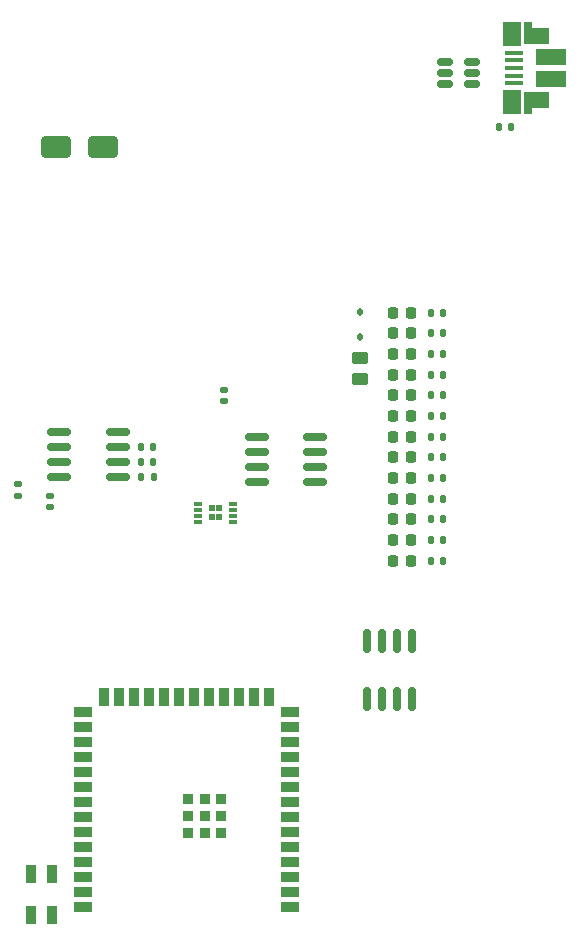
<source format=gbr>
%TF.GenerationSoftware,KiCad,Pcbnew,9.0.6+1*%
%TF.CreationDate,2025-11-29T18:55:36+00:00*%
%TF.ProjectId,com4bbb,636f6d34-6262-4622-9e6b-696361645f70,0.2*%
%TF.SameCoordinates,Original*%
%TF.FileFunction,Paste,Top*%
%TF.FilePolarity,Positive*%
%FSLAX46Y46*%
G04 Gerber Fmt 4.6, Leading zero omitted, Abs format (unit mm)*
G04 Created by KiCad (PCBNEW 9.0.6+1) date 2025-11-29 18:55:36*
%MOMM*%
%LPD*%
G01*
G04 APERTURE LIST*
G04 Aperture macros list*
%AMRoundRect*
0 Rectangle with rounded corners*
0 $1 Rounding radius*
0 $2 $3 $4 $5 $6 $7 $8 $9 X,Y pos of 4 corners*
0 Add a 4 corners polygon primitive as box body*
4,1,4,$2,$3,$4,$5,$6,$7,$8,$9,$2,$3,0*
0 Add four circle primitives for the rounded corners*
1,1,$1+$1,$2,$3*
1,1,$1+$1,$4,$5*
1,1,$1+$1,$6,$7*
1,1,$1+$1,$8,$9*
0 Add four rect primitives between the rounded corners*
20,1,$1+$1,$2,$3,$4,$5,0*
20,1,$1+$1,$4,$5,$6,$7,0*
20,1,$1+$1,$6,$7,$8,$9,0*
20,1,$1+$1,$8,$9,$2,$3,0*%
G04 Aperture macros list end*
%ADD10RoundRect,0.140000X-0.170000X0.140000X-0.170000X-0.140000X0.170000X-0.140000X0.170000X0.140000X0*%
%ADD11RoundRect,0.135000X-0.135000X-0.185000X0.135000X-0.185000X0.135000X0.185000X-0.135000X0.185000X0*%
%ADD12RoundRect,0.150000X0.825000X0.150000X-0.825000X0.150000X-0.825000X-0.150000X0.825000X-0.150000X0*%
%ADD13RoundRect,0.218750X0.218750X0.256250X-0.218750X0.256250X-0.218750X-0.256250X0.218750X-0.256250X0*%
%ADD14RoundRect,0.135000X0.135000X0.185000X-0.135000X0.185000X-0.135000X-0.185000X0.135000X-0.185000X0*%
%ADD15RoundRect,0.135000X0.185000X-0.135000X0.185000X0.135000X-0.185000X0.135000X-0.185000X-0.135000X0*%
%ADD16RoundRect,0.150000X-0.150000X0.825000X-0.150000X-0.825000X0.150000X-0.825000X0.150000X0.825000X0*%
%ADD17RoundRect,0.250000X1.000000X0.650000X-1.000000X0.650000X-1.000000X-0.650000X1.000000X-0.650000X0*%
%ADD18RoundRect,0.150000X-0.512500X-0.150000X0.512500X-0.150000X0.512500X0.150000X-0.512500X0.150000X0*%
%ADD19R,0.850000X1.600000*%
%ADD20R,1.500000X0.900000*%
%ADD21R,0.900000X1.500000*%
%ADD22R,0.900000X0.900000*%
%ADD23RoundRect,0.147500X0.147500X0.172500X-0.147500X0.172500X-0.147500X-0.172500X0.147500X-0.172500X0*%
%ADD24RoundRect,0.250000X-0.450000X0.262500X-0.450000X-0.262500X0.450000X-0.262500X0.450000X0.262500X0*%
%ADD25R,1.650000X0.400000*%
%ADD26R,0.700000X1.825000*%
%ADD27R,1.500000X2.000000*%
%ADD28R,2.000000X1.350000*%
%ADD29R,2.500000X1.430000*%
%ADD30R,0.500000X0.600000*%
%ADD31R,0.750000X0.300000*%
%ADD32RoundRect,0.112500X0.112500X-0.187500X0.112500X0.187500X-0.112500X0.187500X-0.112500X-0.187500X0*%
G04 APERTURE END LIST*
D10*
%TO.C,C101*%
X125120100Y-90902400D03*
X125120100Y-91862400D03*
%TD*%
D11*
%TO.C,R101*%
X157401100Y-75382400D03*
X158421100Y-75382400D03*
%TD*%
%TO.C,R102*%
X157401100Y-77132400D03*
X158421100Y-77132400D03*
%TD*%
%TO.C,R104*%
X157401100Y-80632400D03*
X158421100Y-80632400D03*
%TD*%
D12*
%TO.C,U103*%
X130845100Y-89287400D03*
X130845100Y-88017400D03*
X130845100Y-86747400D03*
X130845100Y-85477400D03*
X125895100Y-85477400D03*
X125895100Y-86747400D03*
X125895100Y-88017400D03*
X125895100Y-89287400D03*
%TD*%
D13*
%TO.C,D101*%
X155698600Y-75382400D03*
X154123600Y-75382400D03*
%TD*%
%TO.C,D102*%
X155698600Y-77132400D03*
X154123600Y-77132400D03*
%TD*%
%TO.C,D103*%
X155698600Y-78882400D03*
X154123600Y-78882400D03*
%TD*%
%TO.C,D104*%
X155698600Y-80632400D03*
X154123600Y-80632400D03*
%TD*%
%TO.C,D105*%
X155698600Y-82382400D03*
X154123600Y-82382400D03*
%TD*%
%TO.C,D106*%
X155698600Y-84132400D03*
X154123600Y-84132400D03*
%TD*%
%TO.C,D107*%
X155698600Y-85882400D03*
X154123600Y-85882400D03*
%TD*%
%TO.C,D108*%
X155698600Y-87632400D03*
X154123600Y-87632400D03*
%TD*%
%TO.C,D109*%
X155698600Y-89382400D03*
X154123600Y-89382400D03*
%TD*%
%TO.C,D110*%
X155698600Y-91132400D03*
X154123600Y-91132400D03*
%TD*%
%TO.C,D111*%
X155698600Y-92882400D03*
X154123600Y-92882400D03*
%TD*%
%TO.C,D112*%
X155698600Y-94632400D03*
X154123600Y-94632400D03*
%TD*%
%TO.C,D113*%
X155698600Y-96382400D03*
X154123600Y-96382400D03*
%TD*%
D11*
%TO.C,R105*%
X157391100Y-82382400D03*
X158411100Y-82382400D03*
%TD*%
%TO.C,R106*%
X157401100Y-84132400D03*
X158421100Y-84132400D03*
%TD*%
%TO.C,R107*%
X157401100Y-85882400D03*
X158421100Y-85882400D03*
%TD*%
%TO.C,R108*%
X157401100Y-87632400D03*
X158421100Y-87632400D03*
%TD*%
%TO.C,R109*%
X157401100Y-89382400D03*
X158421100Y-89382400D03*
%TD*%
%TO.C,R110*%
X157401100Y-91132400D03*
X158421100Y-91132400D03*
%TD*%
%TO.C,R111*%
X157401100Y-92882400D03*
X158421100Y-92882400D03*
%TD*%
%TO.C,R112*%
X157401100Y-94632400D03*
X158421100Y-94632400D03*
%TD*%
%TO.C,R113*%
X157401100Y-96382400D03*
X158421100Y-96382400D03*
%TD*%
D14*
%TO.C,R114*%
X133870100Y-86782400D03*
X132850100Y-86782400D03*
%TD*%
%TO.C,R115*%
X133870100Y-88032400D03*
X132850100Y-88032400D03*
%TD*%
%TO.C,R116*%
X133880100Y-89282400D03*
X132860100Y-89282400D03*
%TD*%
D15*
%TO.C,R117*%
X122370100Y-90892400D03*
X122370100Y-89872400D03*
%TD*%
D11*
%TO.C,R103*%
X157401100Y-78882400D03*
X158421100Y-78882400D03*
%TD*%
D16*
%TO.C,U101*%
X155775100Y-103157400D03*
X154505100Y-103157400D03*
X153235100Y-103157400D03*
X151965100Y-103157400D03*
X151965100Y-108107400D03*
X153235100Y-108107400D03*
X154505100Y-108107400D03*
X155775100Y-108107400D03*
%TD*%
D17*
%TO.C,D114*%
X129620100Y-61382400D03*
X125620100Y-61382400D03*
%TD*%
D18*
%TO.C,U201*%
X158532600Y-54132400D03*
X158532600Y-55082400D03*
X158532600Y-56032400D03*
X160807600Y-56032400D03*
X160807600Y-55082400D03*
X160807600Y-54132400D03*
%TD*%
D19*
%TO.C,D201*%
X123495100Y-126382400D03*
X125245100Y-126382400D03*
X125245100Y-122882400D03*
X123495100Y-122882400D03*
%TD*%
D20*
%TO.C,U202*%
X145450000Y-125720000D03*
X145450000Y-124450000D03*
X145450000Y-123180000D03*
X145450000Y-121910000D03*
X145450000Y-120640000D03*
X145450000Y-119370000D03*
X145450000Y-118100000D03*
X145450000Y-116830000D03*
X145450000Y-115560000D03*
X145450000Y-114290000D03*
X145450000Y-113020000D03*
X145450000Y-111750000D03*
X145450000Y-110480000D03*
X145450000Y-109210000D03*
D21*
X143685000Y-107960000D03*
X142415000Y-107960000D03*
X141145000Y-107960000D03*
X139875000Y-107960000D03*
X138605000Y-107960000D03*
X137335000Y-107960000D03*
X136065000Y-107960000D03*
X134795000Y-107960000D03*
X133525000Y-107960000D03*
X132255000Y-107960000D03*
X130985000Y-107960000D03*
X129715000Y-107960000D03*
D20*
X127950000Y-109210000D03*
X127950000Y-110480000D03*
X127950000Y-111750000D03*
X127950000Y-113020000D03*
X127950000Y-114290000D03*
X127950000Y-115560000D03*
X127950000Y-116830000D03*
X127950000Y-118100000D03*
X127950000Y-119370000D03*
X127950000Y-120640000D03*
X127950000Y-121910000D03*
X127950000Y-123180000D03*
X127950000Y-124450000D03*
X127950000Y-125720000D03*
D22*
X139600000Y-119400000D03*
X139600000Y-118000000D03*
X139600000Y-116600000D03*
X138200000Y-119400000D03*
X138200000Y-118000000D03*
X138200000Y-116600000D03*
X136800000Y-119400000D03*
X136800000Y-118000000D03*
X136800000Y-116600000D03*
%TD*%
D23*
%TO.C,FB201*%
X164105100Y-59632400D03*
X163135100Y-59632400D03*
%TD*%
D12*
%TO.C,U105*%
X147570100Y-89692400D03*
X147570100Y-88422400D03*
X147570100Y-87152400D03*
X147570100Y-85882400D03*
X142620100Y-85882400D03*
X142620100Y-87152400D03*
X142620100Y-88422400D03*
X142620100Y-89692400D03*
%TD*%
D24*
%TO.C,R118*%
X151370100Y-79219900D03*
X151370100Y-81044900D03*
%TD*%
D10*
%TO.C,C102*%
X139870100Y-81902400D03*
X139870100Y-82862400D03*
%TD*%
D25*
%TO.C,J201*%
X164370100Y-55982400D03*
X164370100Y-55332400D03*
X164370100Y-54682400D03*
X164370100Y-54032400D03*
X164370100Y-53382400D03*
D26*
X165570100Y-57632400D03*
D27*
X164270100Y-57532400D03*
D28*
X166320100Y-57412400D03*
D29*
X167520100Y-55642400D03*
X167520100Y-53722400D03*
D28*
X166320100Y-51932400D03*
D27*
X164250100Y-51782400D03*
D26*
X165570100Y-51682400D03*
%TD*%
D30*
%TO.C,U104*%
X139445100Y-92707400D03*
X139445100Y-91957400D03*
X138795100Y-92707400D03*
X138795100Y-91957400D03*
D31*
X140570100Y-93082400D03*
X140570100Y-92582400D03*
X140570100Y-92082400D03*
X140570100Y-91582400D03*
X137670100Y-91582400D03*
X137670100Y-92082400D03*
X137670100Y-92582400D03*
X137670100Y-93082400D03*
%TD*%
D32*
%TO.C,D115*%
X151370100Y-77432400D03*
X151370100Y-75332400D03*
%TD*%
M02*

</source>
